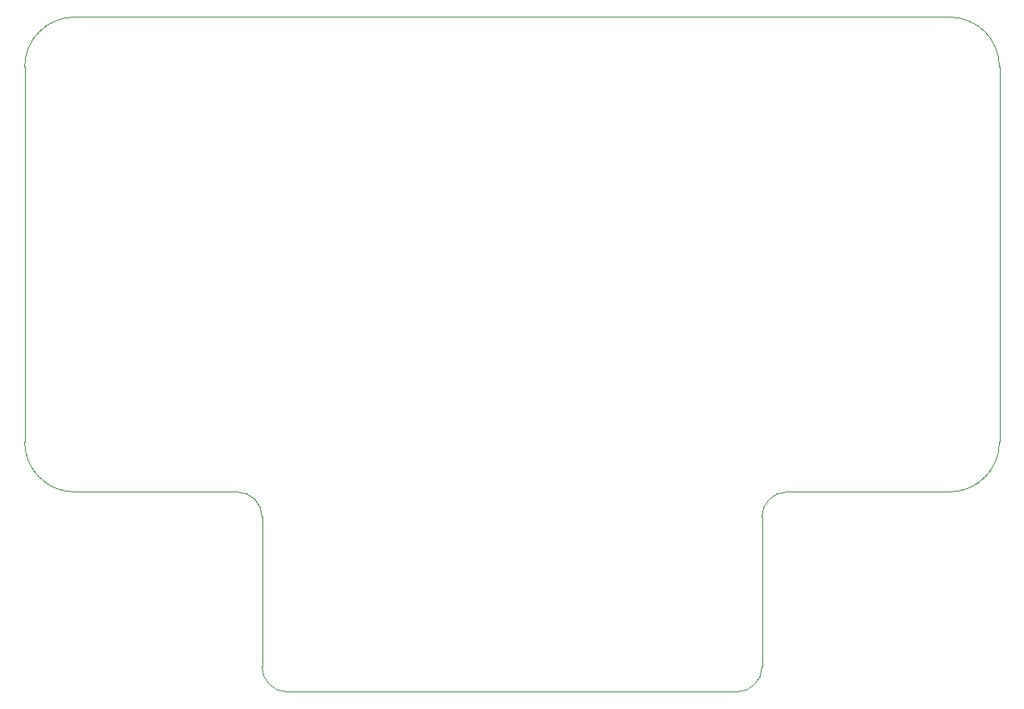
<source format=gbr>
G04 #@! TF.GenerationSoftware,KiCad,Pcbnew,(5.1.9)-1*
G04 #@! TF.CreationDate,2021-02-09T20:08:19+01:00*
G04 #@! TF.ProjectId,IoT12,496f5431-322e-46b6-9963-61645f706362,rev?*
G04 #@! TF.SameCoordinates,Original*
G04 #@! TF.FileFunction,Profile,NP*
%FSLAX46Y46*%
G04 Gerber Fmt 4.6, Leading zero omitted, Abs format (unit mm)*
G04 Created by KiCad (PCBNEW (5.1.9)-1) date 2021-02-09 20:08:19*
%MOMM*%
%LPD*%
G01*
G04 APERTURE LIST*
G04 #@! TA.AperFunction,Profile*
%ADD10C,0.050000*%
G04 #@! TD*
G04 APERTURE END LIST*
D10*
X25400000Y-24130000D02*
G75*
G02*
X27940000Y-21590000I2540000J0D01*
G01*
X-27940000Y-21590000D02*
G75*
G02*
X-25400000Y-24130000I0J-2540000D01*
G01*
X-22860000Y-41910000D02*
G75*
G02*
X-25400000Y-39370000I0J2540000D01*
G01*
X25400000Y-39370000D02*
G75*
G02*
X22860000Y-41910000I-2540000J0D01*
G01*
X-44450000Y-21590000D02*
G75*
G02*
X-49530000Y-16510000I0J5080000D01*
G01*
X49530000Y-16510000D02*
G75*
G02*
X44450000Y-21590000I-5080000J0D01*
G01*
X-27940000Y-21590000D02*
X-44450000Y-21590000D01*
X27940000Y-21590000D02*
X44450000Y-21590000D01*
X25400000Y-24130000D02*
X25400000Y-39370000D01*
X-25400000Y-24130000D02*
X-25400000Y-39370000D01*
X44450000Y26670000D02*
G75*
G02*
X49530000Y21590000I0J-5080000D01*
G01*
X-49530000Y21590000D02*
G75*
G02*
X-44450000Y26670000I5080000J0D01*
G01*
X-49530000Y-16510000D02*
X-49530000Y21590000D01*
X22860000Y-41910000D02*
X-22860000Y-41910000D01*
X49530000Y21590000D02*
X49530000Y-16510000D01*
X-44450000Y26670000D02*
X44450000Y26670000D01*
M02*

</source>
